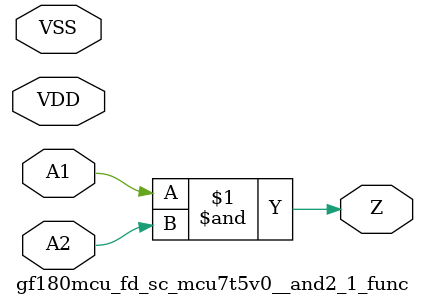
<source format=v>

module gf180mcu_fd_sc_mcu7t5v0__and2_1_func( A1, A2, Z, VDD, VSS );
input A1, A2;
inout VDD, VSS;
output Z;

	and MGM_BG_0( Z, A1, A2 );

endmodule

</source>
